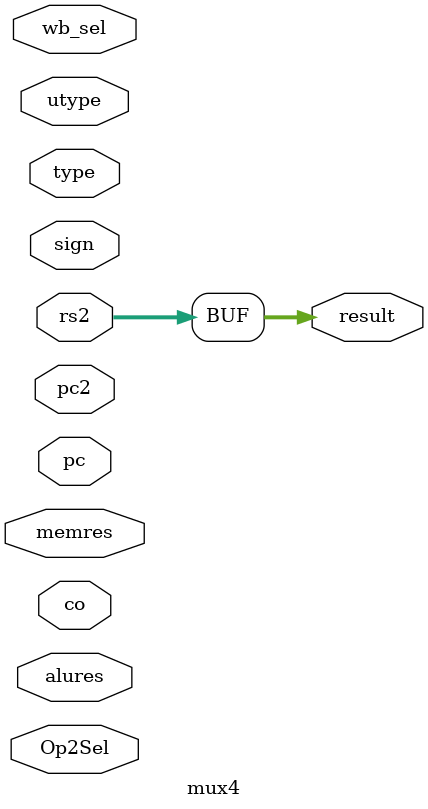
<source format=v>
module mux4(input wire [31:0] pc, input wire [31:0] type, input wire [31:0] sign, input wire [31:0] utype, input wire [31:0] rs2, input wire Op2Sel, input wire [31:0] co, input wire [31:0] wb_sel, input wire [31:0] pc2, input wire [31:0] alures, input wire [31:0] memres, output wire [31:0] result);

assign result = rs2;

endmodule
</source>
